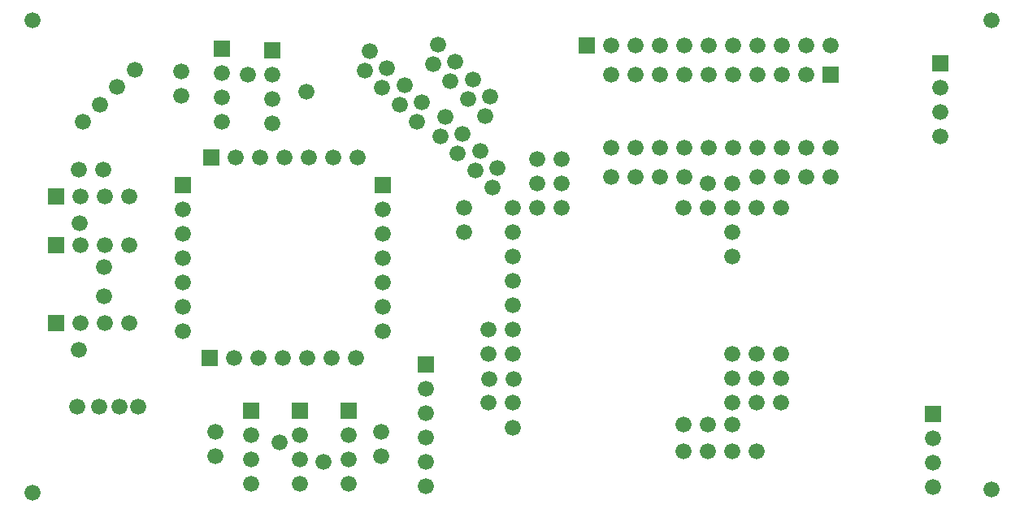
<source format=gbs>
G04 start of page 7 for group -4062 idx -4062 *
G04 Title: (unknown), soldermask *
G04 Creator: pcb 20100929 *
G04 CreationDate: Mon Apr 28 19:31:08 2014 UTC *
G04 For: xpi *
G04 Format: Gerber/RS-274X *
G04 PCB-Dimensions: 400000 200000 *
G04 PCB-Coordinate-Origin: lower left *
%MOIN*%
%FSLAX25Y25*%
%LNBACKMASK*%
%ADD11C,0.0200*%
%ADD28C,0.0660*%
G54D28*X112500Y7000D03*
X132500D03*
X372000Y5500D03*
X164000Y6000D03*
G54D11*G36*
X368700Y38800D02*Y32200D01*
X375300D01*
Y38800D01*
X368700D01*
G37*
G54D28*X372000Y25500D03*
Y15500D03*
X164000Y16000D03*
G54D11*G36*
X371700Y182800D02*Y176200D01*
X378300D01*
Y182800D01*
X371700D01*
G37*
G54D28*X375000Y169500D03*
Y159500D03*
Y149500D03*
G54D11*G36*
X326700Y178300D02*Y171700D01*
X333300D01*
Y178300D01*
X326700D01*
G37*
G54D28*X320000Y175000D03*
X310000D03*
Y145000D03*
X320000D03*
X330000D03*
X300000Y175000D03*
X290000D03*
X280000D03*
X270000Y145000D03*
X280000D03*
X290000D03*
X300000D03*
X280000Y187000D03*
X290000D03*
X300000D03*
X310000D03*
X320000D03*
X330000D03*
X270000Y175000D03*
X260000D03*
Y187000D03*
X270000D03*
X240000Y175000D03*
Y145000D03*
X250000D03*
X260000D03*
X250000Y175000D03*
G54D11*G36*
X226700Y190300D02*Y183700D01*
X233300D01*
Y190300D01*
X226700D01*
G37*
G54D28*X240000Y187000D03*
X250000D03*
G54D11*G36*
X9200Y108300D02*Y101700D01*
X15800D01*
Y108300D01*
X9200D01*
G37*
G36*
Y128300D02*Y121700D01*
X15800D01*
Y128300D01*
X9200D01*
G37*
G54D28*X22500Y105000D03*
Y125000D03*
X32500Y105000D03*
Y125000D03*
X42500Y105000D03*
Y125000D03*
G54D11*G36*
X9200Y76300D02*Y69700D01*
X15800D01*
Y76300D01*
X9200D01*
G37*
G54D28*X22500Y73000D03*
X32500D03*
X42500D03*
X101000Y165000D03*
Y155000D03*
G54D11*G36*
X77200Y188800D02*Y182200D01*
X83800D01*
Y188800D01*
X77200D01*
G37*
G54D28*X80500Y175500D03*
G54D11*G36*
X97700Y188300D02*Y181700D01*
X104300D01*
Y188300D01*
X97700D01*
G37*
G54D28*X101000Y175000D03*
X80500Y165500D03*
Y155500D03*
G54D11*G36*
X72700Y144300D02*Y137700D01*
X79300D01*
Y144300D01*
X72700D01*
G37*
G54D28*X86000Y141000D03*
X96000D03*
X106000D03*
X116000D03*
X126000D03*
X136000D03*
G54D11*G36*
X143200Y132800D02*Y126200D01*
X149800D01*
Y132800D01*
X143200D01*
G37*
G54D28*X146500Y119500D03*
Y109500D03*
Y99500D03*
G54D11*G36*
X61200Y132800D02*Y126200D01*
X67800D01*
Y132800D01*
X61200D01*
G37*
G54D28*X64500Y119500D03*
Y109500D03*
Y99500D03*
Y89500D03*
Y79500D03*
Y69500D03*
G54D11*G36*
X72200Y61800D02*Y55200D01*
X78800D01*
Y61800D01*
X72200D01*
G37*
G54D28*X85500Y58500D03*
X95500D03*
G54D11*G36*
X89200Y40300D02*Y33700D01*
X95800D01*
Y40300D01*
X89200D01*
G37*
G54D28*X92500Y27000D03*
Y17000D03*
Y7000D03*
X146500Y89500D03*
Y79500D03*
G54D11*G36*
X160700Y59300D02*Y52700D01*
X167300D01*
Y59300D01*
X160700D01*
G37*
G54D28*X164000Y46000D03*
X146500Y69500D03*
X125500Y58500D03*
X135500D03*
G54D11*G36*
X129200Y40300D02*Y33700D01*
X135800D01*
Y40300D01*
X129200D01*
G37*
G54D28*X132500Y27000D03*
X105500Y58500D03*
X115500D03*
G54D11*G36*
X109200Y40300D02*Y33700D01*
X115800D01*
Y40300D01*
X109200D01*
G37*
G54D28*X112500Y27000D03*
Y17000D03*
X132500D03*
X164000Y36000D03*
Y26000D03*
X396254Y197196D03*
Y4696D03*
X2754Y3196D03*
Y197196D03*
X21938Y135931D03*
X23414Y155636D03*
X31938Y135931D03*
X30485Y162707D03*
X22000Y114000D03*
X32000Y96000D03*
Y84000D03*
X21938Y61931D03*
X21151Y38627D03*
X30222Y38556D03*
X104000Y24000D03*
X122000Y16000D03*
X145931Y28062D03*
Y18062D03*
X77931Y28062D03*
Y18062D03*
X46000Y38500D03*
X141151Y184627D03*
X289931Y110062D03*
Y100062D03*
Y120062D03*
Y130062D03*
X279931D03*
Y120062D03*
X269931D03*
X299931D03*
X309931D03*
X240000Y133000D03*
X270000D03*
X260000D03*
X250000D03*
X330000D03*
X320000D03*
X310000D03*
X300000D03*
X299931Y50062D03*
X289931Y60062D03*
X309931Y50062D03*
Y60062D03*
X299931D03*
X269899Y31061D03*
X269931Y20062D03*
X279899Y31061D03*
X289931Y50062D03*
X299931Y40062D03*
X309931D03*
X289899Y31061D03*
Y40061D03*
X289931Y20062D03*
X299931D03*
X279931D03*
X38500Y38500D03*
X199884Y29948D03*
X199899Y40061D03*
X189899D03*
X199931Y90062D03*
Y80062D03*
Y60062D03*
Y70062D03*
X199965Y50038D03*
X189931Y60062D03*
Y70062D03*
X189965Y50038D03*
X91000Y175000D03*
X63931Y176062D03*
Y166062D03*
X37556Y169778D03*
X44627Y176849D03*
X115000Y168000D03*
X160364Y155414D03*
X153293Y162485D03*
X162364Y163414D03*
X170151Y149627D03*
X179222Y150556D03*
X172151Y157627D03*
X146222Y169556D03*
X139151Y176627D03*
X155293Y170485D03*
X148222Y177556D03*
X188364Y157914D03*
X181293Y164985D03*
X190364Y165914D03*
X183293Y172985D03*
X174222Y172056D03*
X167151Y179127D03*
X176222Y180056D03*
X169151Y187127D03*
X209931Y120062D03*
X199931D03*
Y110062D03*
X219931Y120062D03*
X179931D03*
X199931Y100062D03*
X179931Y110062D03*
X191364Y128414D03*
X184293Y135485D03*
X193364Y136414D03*
X209931Y130062D03*
X219931D03*
X209931Y140062D03*
X219931D03*
X177222Y142556D03*
X186293Y143485D03*
M02*

</source>
